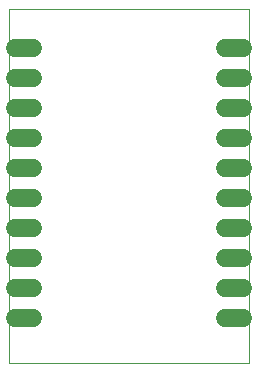
<source format=gbl>
G75*
%MOIN*%
%OFA0B0*%
%FSLAX25Y25*%
%IPPOS*%
%LPD*%
%AMOC8*
5,1,8,0,0,1.08239X$1,22.5*
%
%ADD10C,0.00000*%
%ADD11C,0.06000*%
D10*
X0010800Y0001500D02*
X0010800Y0119610D01*
X0090721Y0119610D01*
X0090721Y0001500D01*
X0010800Y0001500D01*
D11*
X0012800Y0016500D02*
X0018800Y0016500D01*
X0018800Y0026500D02*
X0012800Y0026500D01*
X0012800Y0036500D02*
X0018800Y0036500D01*
X0018800Y0046500D02*
X0012800Y0046500D01*
X0012800Y0056500D02*
X0018800Y0056500D01*
X0018800Y0066500D02*
X0012800Y0066500D01*
X0012800Y0076500D02*
X0018800Y0076500D01*
X0018800Y0086500D02*
X0012800Y0086500D01*
X0012800Y0096500D02*
X0018800Y0096500D01*
X0018800Y0106500D02*
X0012800Y0106500D01*
X0082800Y0106500D02*
X0088800Y0106500D01*
X0088800Y0096500D02*
X0082800Y0096500D01*
X0082800Y0086500D02*
X0088800Y0086500D01*
X0088800Y0076500D02*
X0082800Y0076500D01*
X0082800Y0066500D02*
X0088800Y0066500D01*
X0088800Y0056500D02*
X0082800Y0056500D01*
X0082800Y0046500D02*
X0088800Y0046500D01*
X0088800Y0036500D02*
X0082800Y0036500D01*
X0082800Y0026500D02*
X0088800Y0026500D01*
X0088800Y0016500D02*
X0082800Y0016500D01*
M02*

</source>
